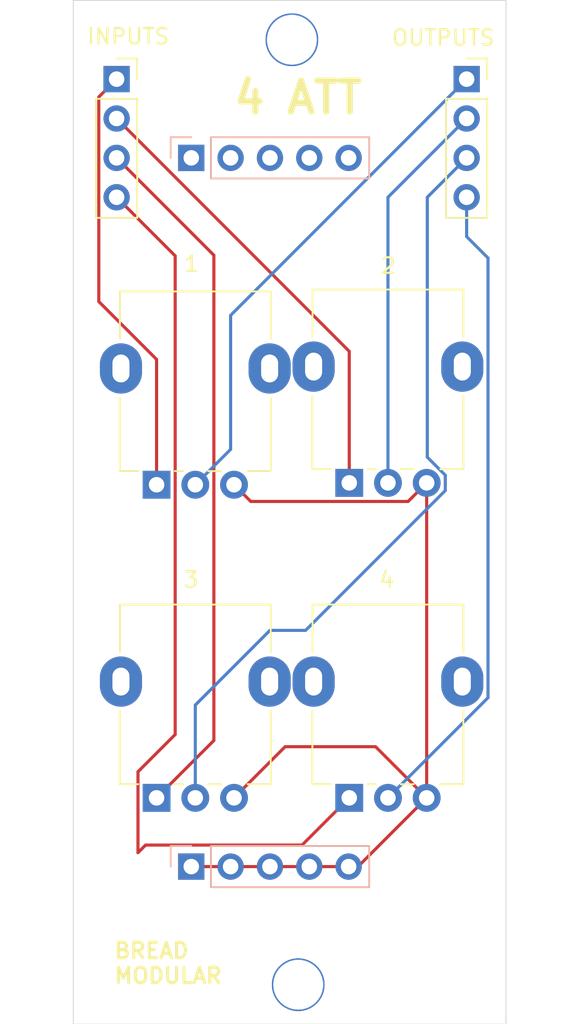
<source format=kicad_pcb>
(kicad_pcb (version 20240108) (generator "pcbnew") (generator_version "8.0")
  (layers (0 "F.Cu" signal) (31 "B.Cu" signal) (34 "B.Paste" user) (35 "F.Paste" user) (36 "B.SilkS" user "B.Silkscreen") (37 "F.SilkS" user "F.Silkscreen") (38 "B.Mask" user) (39 "F.Mask" user) (44 "Edge.Cuts" user))
  (net 0 "")
  (net 1 "GND")
  (net 2 "OUT 1")
  (net 3 "IN 1")
  (net 4 "OUT 2")
  (net 5 "IN 2")
  (net 6 "IN 3")
  (net 7 "OUT 3")
  (net 8 "IN 4")
  (net 9 "OUT 4")
  (footprint "Connector_PinSocket_2.54mm:PinSocket_1x04_P2.54mm_Vertical" (layer "F.Cu") (at 51.06 45.72)
    (property "Reference" "INPUTS" (at 0.753703 -2.74991 0) (layer "F.SilkS"))
    (property "Value" "Conn_01x04_Socket")
    (fp_line (start -1.33 1.27) (end -1.33 8.95) (stroke (width 0.12)) (layer "F.SilkS"))
    (fp_line (start -1.33 1.27) (end 1.33 1.27) (stroke (width 0.12)) (layer "F.SilkS"))
    (fp_line (start -1.33 8.95) (end 1.33 8.95) (stroke (width 0.12)) (layer "F.SilkS"))
    (fp_line (start 0 -1.33) (end 1.33 -1.33) (stroke (width 0.12)) (layer "F.SilkS"))
    (fp_line (start 1.33 -1.33) (end 1.33 0) (stroke (width 0.12)) (layer "F.SilkS"))
    (fp_line (start 1.33 1.27) (end 1.33 8.95) (stroke (width 0.12)) (layer "F.SilkS"))
    (pad "1" thru_hole rect (at 0 0) (size 1.7 1.7) (drill 1) (layers "*.Cu" "*.Mask") (net 3 "IN 1"))
    (pad "2" thru_hole oval (at 0 2.54) (size 1.7 1.7) (drill 1) (layers "*.Cu" "*.Mask") (net 5 "IN 2"))
    (pad "3" thru_hole oval (at 0 5.08) (size 1.7 1.7) (drill 1) (layers "*.Cu" "*.Mask") (net 6 "IN 3"))
    (pad "4" thru_hole oval (at 0 7.62) (size 1.7 1.7) (drill 1) (layers "*.Cu" "*.Mask") (net 8 "IN 4"))
  )
  (footprint "Connector_PinSocket_2.54mm:PinSocket_1x04_P2.54mm_Vertical" (layer "F.Cu") (at 73.66 45.72)
    (property "Reference" "OUTPUTS" (at -1.510094 -2.671029 0) (layer "F.SilkS"))
    (property "Value" "Conn_01x04_Socket")
    (fp_line (start -1.33 1.27) (end -1.33 8.95) (stroke (width 0.12)) (layer "F.SilkS"))
    (fp_line (start -1.33 1.27) (end 1.33 1.27) (stroke (width 0.12)) (layer "F.SilkS"))
    (fp_line (start -1.33 8.95) (end 1.33 8.95) (stroke (width 0.12)) (layer "F.SilkS"))
    (fp_line (start 0 -1.33) (end 1.33 -1.33) (stroke (width 0.12)) (layer "F.SilkS"))
    (fp_line (start 1.33 -1.33) (end 1.33 0) (stroke (width 0.12)) (layer "F.SilkS"))
    (fp_line (start 1.33 1.27) (end 1.33 8.95) (stroke (width 0.12)) (layer "F.SilkS"))
    (pad "1" thru_hole rect (at 0 0) (size 1.7 1.7) (drill 1) (layers "*.Cu" "*.Mask") (net 2 "OUT 1"))
    (pad "2" thru_hole oval (at 0 2.54) (size 1.7 1.7) (drill 1) (layers "*.Cu" "*.Mask") (net 4 "OUT 2"))
    (pad "3" thru_hole oval (at 0 5.08) (size 1.7 1.7) (drill 1) (layers "*.Cu" "*.Mask") (net 7 "OUT 3"))
    (pad "4" thru_hole oval (at 0 7.62) (size 1.7 1.7) (drill 1) (layers "*.Cu" "*.Mask") (net 9 "OUT 4"))
  )
  (footprint "Potentiometer_THT:Potentiometer_Alpha_RD901F-40-00D_Single_Vertical" (layer "F.Cu") (at 66.08 92.085 90)
    (property "Reference" "4" (at 14.069018 2.41438 0) (layer "F.SilkS"))
    (property "Value" "100K")
    (fp_line (start 0.88 -2.38) (end 5.6 -2.38) (stroke (width 0.12)) (layer "F.SilkS"))
    (fp_line (start 9.41 -2.37) (end 12.47 -2.37) (stroke (width 0.12)) (layer "F.SilkS"))
    (fp_line (start 0.88 -1.19) (end 0.88 -2.37) (stroke (width 0.12)) (layer "F.SilkS"))
    (fp_line (start 0.88 1.71) (end 0.88 1.18) (stroke (width 0.12)) (layer "F.SilkS"))
    (fp_line (start 0.88 4.16) (end 0.88 3.33) (stroke (width 0.12)) (layer "F.SilkS"))
    (fp_line (start 12.47 7.37) (end 12.47 -2.37) (stroke (width 0.12)) (layer "F.SilkS"))
    (fp_line (start 9.41 7.37) (end 12.47 7.37) (stroke (width 0.12)) (layer "F.SilkS"))
    (fp_line (start 0.88 7.37) (end 0.88 5.88) (stroke (width 0.12)) (layer "F.SilkS"))
    (fp_line (start 0.88 7.37) (end 5.6 7.37) (stroke (width 0.12)) (layer "F.SilkS"))
    (pad "" thru_hole oval (at 7.5 -2.3 180) (size 2.72 3.24) (drill oval 1.1 1.8) (layers "*.Cu" "*.Mask"))
    (pad "" thru_hole oval (at 7.5 7.3 180) (size 2.72 3.24) (drill oval 1.1 1.8) (layers "*.Cu" "*.Mask"))
    (pad "1" thru_hole rect (at 0 0 180) (size 1.8 1.8) (drill 1) (layers "*.Cu" "*.Mask") (net 8 "IN 4"))
    (pad "2" thru_hole circle (at 0 2.5 180) (size 1.8 1.8) (drill 1) (layers "*.Cu" "*.Mask") (net 9 "OUT 4"))
    (pad "3" thru_hole circle (at 0 5 180) (size 1.8 1.8) (drill 1) (layers "*.Cu" "*.Mask") (net 1 "GND"))
  )
  (footprint "Potentiometer_THT:Potentiometer_Alpha_RD901F-40-00D_Single_Vertical" (layer "F.Cu") (at 53.64 92.085 90)
    (property "Reference" "3" (at 14.069018 2.222657 0) (layer "F.SilkS"))
    (property "Value" "100K")
    (fp_line (start 0.88 -2.38) (end 5.6 -2.38) (stroke (width 0.12)) (layer "F.SilkS"))
    (fp_line (start 9.41 -2.37) (end 12.47 -2.37) (stroke (width 0.12)) (layer "F.SilkS"))
    (fp_line (start 0.88 -1.19) (end 0.88 -2.37) (stroke (width 0.12)) (layer "F.SilkS"))
    (fp_line (start 0.88 1.71) (end 0.88 1.18) (stroke (width 0.12)) (layer "F.SilkS"))
    (fp_line (start 0.88 4.16) (end 0.88 3.33) (stroke (width 0.12)) (layer "F.SilkS"))
    (fp_line (start 12.47 7.37) (end 12.47 -2.37) (stroke (width 0.12)) (layer "F.SilkS"))
    (fp_line (start 9.41 7.37) (end 12.47 7.37) (stroke (width 0.12)) (layer "F.SilkS"))
    (fp_line (start 0.88 7.37) (end 0.88 5.88) (stroke (width 0.12)) (layer "F.SilkS"))
    (fp_line (start 0.88 7.37) (end 5.6 7.37) (stroke (width 0.12)) (layer "F.SilkS"))
    (pad "" thru_hole oval (at 7.5 -2.3 180) (size 2.72 3.24) (drill oval 1.1 1.8) (layers "*.Cu" "*.Mask"))
    (pad "" thru_hole oval (at 7.5 7.3 180) (size 2.72 3.24) (drill oval 1.1 1.8) (layers "*.Cu" "*.Mask"))
    (pad "1" thru_hole rect (at 0 0 180) (size 1.8 1.8) (drill 1) (layers "*.Cu" "*.Mask") (net 6 "IN 3"))
    (pad "2" thru_hole circle (at 0 2.5 180) (size 1.8 1.8) (drill 1) (layers "*.Cu" "*.Mask") (net 7 "OUT 3"))
    (pad "3" thru_hole circle (at 0 5 180) (size 1.8 1.8) (drill 1) (layers "*.Cu" "*.Mask") (net 1 "GND"))
  )
  (footprint "Potentiometer_THT:Potentiometer_Alpha_RD901F-40-00D_Single_Vertical" (layer "F.Cu") (at 53.64 71.885 90)
    (property "Reference" "1" (at 14.258719 2.263674 0) (layer "F.SilkS"))
    (property "Value" "100K")
    (fp_line (start 0.88 -2.38) (end 5.6 -2.38) (stroke (width 0.12)) (layer "F.SilkS"))
    (fp_line (start 9.41 -2.37) (end 12.47 -2.37) (stroke (width 0.12)) (layer "F.SilkS"))
    (fp_line (start 0.88 -1.19) (end 0.88 -2.37) (stroke (width 0.12)) (layer "F.SilkS"))
    (fp_line (start 0.88 1.71) (end 0.88 1.18) (stroke (width 0.12)) (layer "F.SilkS"))
    (fp_line (start 0.88 4.16) (end 0.88 3.33) (stroke (width 0.12)) (layer "F.SilkS"))
    (fp_line (start 12.47 7.37) (end 12.47 -2.37) (stroke (width 0.12)) (layer "F.SilkS"))
    (fp_line (start 9.41 7.37) (end 12.47 7.37) (stroke (width 0.12)) (layer "F.SilkS"))
    (fp_line (start 0.88 7.37) (end 0.88 5.88) (stroke (width 0.12)) (layer "F.SilkS"))
    (fp_line (start 0.88 7.37) (end 5.6 7.37) (stroke (width 0.12)) (layer "F.SilkS"))
    (pad "" thru_hole oval (at 7.5 -2.3 180) (size 2.72 3.24) (drill oval 1.1 1.8) (layers "*.Cu" "*.Mask"))
    (pad "" thru_hole oval (at 7.5 7.3 180) (size 2.72 3.24) (drill oval 1.1 1.8) (layers "*.Cu" "*.Mask"))
    (pad "1" thru_hole rect (at 0 0 180) (size 1.8 1.8) (drill 1) (layers "*.Cu" "*.Mask") (net 3 "IN 1"))
    (pad "2" thru_hole circle (at 0 2.5 180) (size 1.8 1.8) (drill 1) (layers "*.Cu" "*.Mask") (net 2 "OUT 1"))
    (pad "3" thru_hole circle (at 0 5 180) (size 1.8 1.8) (drill 1) (layers "*.Cu" "*.Mask") (net 1 "GND"))
  )
  (footprint "Potentiometer_THT:Potentiometer_Alpha_RD901F-40-00D_Single_Vertical" (layer "F.Cu") (at 66.08 71.765 90)
    (property "Reference" "2" (at 14.007748 2.527874 0) (layer "F.SilkS"))
    (property "Value" "100K")
    (fp_line (start 0.88 -2.38) (end 5.6 -2.38) (stroke (width 0.12)) (layer "F.SilkS"))
    (fp_line (start 9.41 -2.37) (end 12.47 -2.37) (stroke (width 0.12)) (layer "F.SilkS"))
    (fp_line (start 0.88 -1.19) (end 0.88 -2.37) (stroke (width 0.12)) (layer "F.SilkS"))
    (fp_line (start 0.88 1.71) (end 0.88 1.18) (stroke (width 0.12)) (layer "F.SilkS"))
    (fp_line (start 0.88 4.16) (end 0.88 3.33) (stroke (width 0.12)) (layer "F.SilkS"))
    (fp_line (start 12.47 7.37) (end 12.47 -2.37) (stroke (width 0.12)) (layer "F.SilkS"))
    (fp_line (start 9.41 7.37) (end 12.47 7.37) (stroke (width 0.12)) (layer "F.SilkS"))
    (fp_line (start 0.88 7.37) (end 0.88 5.88) (stroke (width 0.12)) (layer "F.SilkS"))
    (fp_line (start 0.88 7.37) (end 5.6 7.37) (stroke (width 0.12)) (layer "F.SilkS"))
    (pad "" thru_hole oval (at 7.5 -2.3 180) (size 2.72 3.24) (drill oval 1.1 1.8) (layers "*.Cu" "*.Mask"))
    (pad "" thru_hole oval (at 7.5 7.3 180) (size 2.72 3.24) (drill oval 1.1 1.8) (layers "*.Cu" "*.Mask"))
    (pad "1" thru_hole rect (at 0 0 180) (size 1.8 1.8) (drill 1) (layers "*.Cu" "*.Mask") (net 5 "IN 2"))
    (pad "2" thru_hole circle (at 0 2.5 180) (size 1.8 1.8) (drill 1) (layers "*.Cu" "*.Mask") (net 4 "OUT 2"))
    (pad "3" thru_hole circle (at 0 5 180) (size 1.8 1.8) (drill 1) (layers "*.Cu" "*.Mask") (net 1 "GND"))
  )
  (footprint "Connector_PinHeader_2.54mm:PinHeader_1x05_P2.54mm_Vertical" (layer "B.Cu") (at 55.88 50.8 -90)
    (property "Reference" "5V1" (hide yes))
    (property "Value" "Conn_01x05_Pin")
    (fp_line (start -1.33 1.33) (end -1.33 0) (stroke (width 0.12)) (layer "B.SilkS"))
    (fp_line (start 0 1.33) (end -1.33 1.33) (stroke (width 0.12)) (layer "B.SilkS"))
    (fp_line (start 1.33 -1.27) (end -1.33 -1.27) (stroke (width 0.12)) (layer "B.SilkS"))
    (fp_line (start -1.33 -11.49) (end -1.33 -1.27) (stroke (width 0.12)) (layer "B.SilkS"))
    (fp_line (start 1.33 -11.49) (end 1.33 -1.27) (stroke (width 0.12)) (layer "B.SilkS"))
    (fp_line (start 1.33 -11.49) (end -1.33 -11.49) (stroke (width 0.12)) (layer "B.SilkS"))
    (pad "1" thru_hole rect (at 0 0 270) (size 1.7 1.7) (drill 1) (layers "*.Cu" "*.Mask"))
    (pad "2" thru_hole oval (at 0 -2.54 270) (size 1.7 1.7) (drill 1) (layers "*.Cu" "*.Mask"))
    (pad "3" thru_hole oval (at 0 -5.08 270) (size 1.7 1.7) (drill 1) (layers "*.Cu" "*.Mask"))
    (pad "4" thru_hole oval (at 0 -7.62 270) (size 1.7 1.7) (drill 1) (layers "*.Cu" "*.Mask"))
    (pad "5" thru_hole oval (at 0 -10.16 270) (size 1.7 1.7) (drill 1) (layers "*.Cu" "*.Mask"))
  )
  (footprint "Connector_PinHeader_2.54mm:PinHeader_1x05_P2.54mm_Vertical" (layer "B.Cu") (at 55.88 96.52 -90)
    (property "Reference" "GND1" (hide yes))
    (property "Value" "Conn_01x05_Pin")
    (fp_line (start -1.33 1.33) (end -1.33 0) (stroke (width 0.12)) (layer "B.SilkS"))
    (fp_line (start 0 1.33) (end -1.33 1.33) (stroke (width 0.12)) (layer "B.SilkS"))
    (fp_line (start 1.33 -1.27) (end -1.33 -1.27) (stroke (width 0.12)) (layer "B.SilkS"))
    (fp_line (start -1.33 -11.49) (end -1.33 -1.27) (stroke (width 0.12)) (layer "B.SilkS"))
    (fp_line (start 1.33 -11.49) (end 1.33 -1.27) (stroke (width 0.12)) (layer "B.SilkS"))
    (fp_line (start 1.33 -11.49) (end -1.33 -11.49) (stroke (width 0.12)) (layer "B.SilkS"))
    (pad "1" thru_hole rect (at 0 0 270) (size 1.7 1.7) (drill 1) (layers "*.Cu" "*.Mask") (net 1 "GND"))
    (pad "2" thru_hole oval (at 0 -2.54 270) (size 1.7 1.7) (drill 1) (layers "*.Cu" "*.Mask") (net 1 "GND"))
    (pad "3" thru_hole oval (at 0 -5.08 270) (size 1.7 1.7) (drill 1) (layers "*.Cu" "*.Mask") (net 1 "GND"))
    (pad "4" thru_hole oval (at 0 -7.62 270) (size 1.7 1.7) (drill 1) (layers "*.Cu" "*.Mask") (net 1 "GND"))
    (pad "5" thru_hole oval (at 0 -10.16 270) (size 1.7 1.7) (drill 1) (layers "*.Cu" "*.Mask") (net 1 "GND"))
  )
  (gr_line (start 48.26 106.68) (end 76.2 106.68) (stroke (width 0.05)) (layer "Edge.Cuts"))
  (gr_line (start 48.26 104.14) (end 48.26 106.68) (stroke (width 0.05)) (layer "Edge.Cuts"))
  (gr_line (start 76.2 40.64) (end 48.26 40.64) (stroke (width 0.05)) (layer "Edge.Cuts"))
  (gr_line (start 48.26 40.64) (end 48.26 104.14) (stroke (width 0.05)) (layer "Edge.Cuts"))
  (gr_line (start 76.2 106.68) (end 76.2 40.64) (stroke (width 0.05)) (layer "Edge.Cuts"))
  (gr_text "4 ATT" (at 58.42 48.081611 0) (layer "F.SilkS") (effects (font (size 2 2) (thickness 0.4) (bold yes)) (justify left bottom)))
  (gr_text "BREAD\nMODULAR" (at 50.8 104.14 0) (layer "F.SilkS") (effects (font (size 1 1) (thickness 0.2) (bold yes)) (justify left bottom)))
  (via (at 62.37758 43.18) (size 3.4) (drill 3.2) (layers "F.Cu" "B.Cu") (net 0))
  (via (at 62.784908 104.14) (size 3.4) (drill 3.2) (layers "F.Cu" "B.Cu") (net 0))
  (via (at 62.37758 43.18) (size 3.4) (drill 3.2) (layers "F.Cu" "B.Cu") (net 0))
  (via (at 62.784908 104.14) (size 3.4) (drill 3.2) (layers "F.Cu" "B.Cu") (net 0))
  (via (at 62.784908 104.14) (size 3.4) (drill 3.2) (layers "F.Cu" "B.Cu") (net 0))
  (via (at 62.784908 104.14) (size 3.4) (drill 3.2) (layers "F.Cu" "B.Cu") (net 0))
  (via (at 62.37758 43.18) (size 3.4) (drill 3.2) (layers "F.Cu" "B.Cu") (net 0))
  (via (at 62.37758 43.18) (size 3.4) (drill 3.2) (layers "F.Cu" "B.Cu") (net 0))
  (segment (start 66.645 96.52) (end 66.04 96.52) (width 0.2) (layer "F.Cu") (net 1))
  (segment (start 71.08 92.085) (end 66.645 96.52) (width 0.2) (layer "F.Cu") (net 1))
  (segment (start 59.72 72.965) (end 69.88 72.965) (width 0.2) (layer "F.Cu") (net 1))
  (segment (start 58.42 96.52) (end 66.04 96.52) (width 0.2) (layer "F.Cu") (net 1))
  (segment (start 69.88 72.965) (end 71.08 71.765) (width 0.2) (layer "F.Cu") (net 1))
  (segment (start 67.78 88.785) (end 61.94 88.785) (width 0.2) (layer "F.Cu") (net 1))
  (segment (start 71.08 71.765) (end 71.08 92.085) (width 0.2) (layer "F.Cu") (net 1))
  (segment (start 71.08 92.085) (end 67.78 88.785) (width 0.2) (layer "F.Cu") (net 1))
  (segment (start 61.94 88.785) (end 58.64 92.085) (width 0.2) (layer "F.Cu") (net 1))
  (segment (start 55.88 96.52) (end 58.42 96.52) (width 0.2) (layer "F.Cu") (net 1))
  (segment (start 58.64 71.885) (end 59.72 72.965) (width 0.2) (layer "F.Cu") (net 1))
  (segment (start 58.42 60.96) (end 58.42 69.605) (width 0.2) (layer "B.Cu") (net 2))
  (segment (start 58.42 69.605) (end 56.14 71.885) (width 0.2) (layer "B.Cu") (net 2))
  (segment (start 73.66 45.72) (end 58.42 60.96) (width 0.2) (layer "B.Cu") (net 2))
  (segment (start 49.91 46.87) (end 49.91 60.07) (width 0.2) (layer "F.Cu") (net 3))
  (segment (start 53.64 63.8) (end 53.64 71.885) (width 0.2) (layer "F.Cu") (net 3))
  (segment (start 49.91 60.07) (end 53.64 63.8) (width 0.2) (layer "F.Cu") (net 3))
  (segment (start 51.06 45.72) (end 49.91 46.87) (width 0.2) (layer "F.Cu") (net 3))
  (segment (start 68.58 53.34) (end 68.58 71.765) (width 0.2) (layer "B.Cu") (net 4))
  (segment (start 73.66 48.26) (end 68.58 53.34) (width 0.2) (layer "B.Cu") (net 4))
  (segment (start 66.08 63.28) (end 66.08 71.765) (width 0.2) (layer "F.Cu") (net 5))
  (segment (start 51.06 48.26) (end 66.08 63.28) (width 0.2) (layer "F.Cu") (net 5))
  (segment (start 57.34 57.08) (end 57.34 88.385) (width 0.2) (layer "F.Cu") (net 6))
  (segment (start 51.06 50.8) (end 57.34 57.08) (width 0.2) (layer "F.Cu") (net 6))
  (segment (start 57.34 88.385) (end 53.64 92.085) (width 0.2) (layer "F.Cu") (net 6))
  (segment (start 72.28 72.262057) (end 63.262057 81.28) (width 0.2) (layer "B.Cu") (net 7))
  (segment (start 60.96 81.28) (end 56.14 86.1) (width 0.2) (layer "B.Cu") (net 7))
  (segment (start 63.262057 81.28) (end 60.96 81.28) (width 0.2) (layer "B.Cu") (net 7))
  (segment (start 71.12 70.107943) (end 72.28 71.267943) (width 0.2) (layer "B.Cu") (net 7))
  (segment (start 56.14 86.1) (end 56.14 92.085) (width 0.2) (layer "B.Cu") (net 7))
  (segment (start 72.28 71.267943) (end 72.28 72.262057) (width 0.2) (layer "B.Cu") (net 7))
  (segment (start 71.12 53.34) (end 71.12 70.107943) (width 0.2) (layer "B.Cu") (net 7))
  (segment (start 73.66 50.8) (end 71.12 53.34) (width 0.2) (layer "B.Cu") (net 7))
  (segment (start 54.84 88) (end 52.44 90.4) (width 0.2) (layer "F.Cu") (net 8))
  (segment (start 63.035 95.13) (end 66.08 92.085) (width 0.2) (layer "F.Cu") (net 8))
  (segment (start 52.44 95.62) (end 52.93 95.13) (width 0.2) (layer "F.Cu") (net 8))
  (segment (start 51.06 53.34) (end 54.84 57.12) (width 0.2) (layer "F.Cu") (net 8))
  (segment (start 54.84 57.12) (end 54.84 88) (width 0.2) (layer "F.Cu") (net 8))
  (segment (start 52.44 90.4) (end 52.44 95.62) (width 0.2) (layer "F.Cu") (net 8))
  (segment (start 52.93 95.13) (end 63.035 95.13) (width 0.2) (layer "F.Cu") (net 8))
  (segment (start 73.66 53.34) (end 73.66 55.88) (width 0.2) (layer "B.Cu") (net 9))
  (segment (start 75.04 85.625) (end 68.58 92.085) (width 0.2) (layer "B.Cu") (net 9))
  (segment (start 75.04 57.26) (end 75.04 85.625) (width 0.2) (layer "B.Cu") (net 9))
  (segment (start 73.66 55.88) (end 75.04 57.26) (width 0.2) (layer "B.Cu") (net 9))
)
</source>
